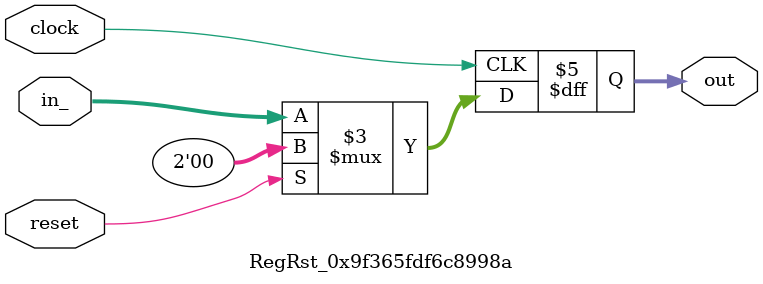
<source format=v>
module RegRst_0x9f365fdf6c8998a
(
  input  wire [   0:0] clock,
  input  wire [   1:0] in_,
  output reg  [   1:0] out,
  input  wire [   0:0] reset
);
  localparam reset_value = 0;
  always @ (posedge clock) begin
    if (reset) begin
      out <= reset_value;
    end
    else begin
      out <= in_;
    end
  end
endmodule
</source>
